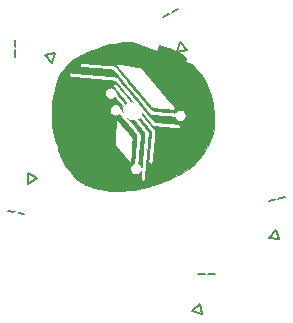
<source format=gto>
G04 #@! TF.FileFunction,Legend,Top*
%FSLAX46Y46*%
G04 Gerber Fmt 4.6, Leading zero omitted, Abs format (unit mm)*
G04 Created by KiCad (PCBNEW 4.0.6-e0-6349~52~ubuntu16.10.1) date Sun Jul  9 07:11:00 2017*
%MOMM*%
%LPD*%
G01*
G04 APERTURE LIST*
%ADD10C,0.100000*%
%ADD11C,0.150000*%
%ADD12C,0.203200*%
%ADD13C,0.010000*%
%ADD14C,2.100000*%
%ADD15O,2.100000X2.100000*%
%ADD16C,2.100000*%
G04 APERTURE END LIST*
D10*
D11*
X93237564Y-141479423D02*
X94640192Y-141708846D01*
D12*
X94928942Y-138308975D02*
X94914230Y-139183494D01*
X94914230Y-139183494D02*
X95693653Y-138733494D01*
X95693653Y-138733494D02*
X94928942Y-138308975D01*
D11*
X93809763Y-127006047D02*
X93827390Y-128427204D01*
D12*
X97225750Y-128121186D02*
X96361962Y-128258556D01*
X96361962Y-128258556D02*
X96940471Y-128947996D01*
X96940471Y-128947996D02*
X97225750Y-128121186D01*
D11*
X107633105Y-124376612D02*
X106411159Y-125102456D01*
D12*
X108375359Y-127892513D02*
X107824499Y-127213136D01*
X107824499Y-127213136D02*
X107516681Y-128058860D01*
X107516681Y-128058860D02*
X108375359Y-127892513D01*
D11*
X116710463Y-140349029D02*
X115313956Y-140613169D01*
D12*
X116205445Y-143906761D02*
X115920166Y-143079950D01*
X115920166Y-143079950D02*
X115341657Y-143769390D01*
X115341657Y-143769390D02*
X116205445Y-143906761D01*
D11*
X110772670Y-146809763D02*
X109351513Y-146827390D01*
D12*
X109657531Y-150225750D02*
X109520161Y-149361962D01*
X109520161Y-149361962D02*
X108830721Y-149940471D01*
X108830721Y-149940471D02*
X109657531Y-150225750D01*
D13*
G36*
X103786736Y-127177489D02*
X103992072Y-127196286D01*
X104149286Y-127214316D01*
X104377426Y-127239583D01*
X104636868Y-127267720D01*
X104744858Y-127279260D01*
X104988357Y-127306271D01*
X105200156Y-127331792D01*
X105348713Y-127351933D01*
X105389483Y-127358783D01*
X105510559Y-127379021D01*
X105691652Y-127405015D01*
X105806332Y-127420064D01*
X106028968Y-127458293D01*
X106247721Y-127511534D01*
X106328884Y-127537235D01*
X106508748Y-127600762D01*
X106733116Y-127679206D01*
X106878086Y-127729518D01*
X107362691Y-127919751D01*
X107772353Y-128136242D01*
X108143232Y-128401679D01*
X108511487Y-128738749D01*
X108552079Y-128779839D01*
X108745757Y-128978003D01*
X108913936Y-129151028D01*
X109039760Y-129281509D01*
X109106376Y-129352037D01*
X109109369Y-129355392D01*
X109372830Y-129660130D01*
X109575694Y-129908029D01*
X109734043Y-130122725D01*
X109863962Y-130327856D01*
X109981537Y-130547056D01*
X110102850Y-130803963D01*
X110118107Y-130837747D01*
X110421560Y-131643029D01*
X110619433Y-132477662D01*
X110712644Y-133346268D01*
X110719123Y-133866849D01*
X110703527Y-134244675D01*
X110668329Y-134558141D01*
X110604701Y-134848945D01*
X110503816Y-135158787D01*
X110377886Y-135478666D01*
X110236993Y-135805466D01*
X110097367Y-136103554D01*
X109969524Y-136352067D01*
X109863981Y-136530142D01*
X109815097Y-136595205D01*
X109726960Y-136704331D01*
X109612923Y-136859728D01*
X109558276Y-136938469D01*
X109445820Y-137081203D01*
X109277815Y-137267278D01*
X109082124Y-137466561D01*
X108978066Y-137565969D01*
X108811234Y-137715301D01*
X108647773Y-137845321D01*
X108467251Y-137968949D01*
X108249237Y-138099105D01*
X107973297Y-138248707D01*
X107619001Y-138430676D01*
X107576946Y-138451922D01*
X107139037Y-138670408D01*
X106785293Y-138840860D01*
X106502608Y-138969050D01*
X106277876Y-139060751D01*
X106097992Y-139121733D01*
X105995405Y-139148420D01*
X105854806Y-139187813D01*
X105745295Y-139225123D01*
X105616391Y-139268160D01*
X105427386Y-139325573D01*
X105272866Y-139369847D01*
X105074048Y-139427383D01*
X104903495Y-139480507D01*
X104818905Y-139509969D01*
X104699713Y-139545046D01*
X104516204Y-139586823D01*
X104360490Y-139616749D01*
X104151160Y-139653907D01*
X103964022Y-139687622D01*
X103869594Y-139705001D01*
X103753160Y-139719082D01*
X103555130Y-139735164D01*
X103304990Y-139751097D01*
X103077462Y-139762736D01*
X102815524Y-139775229D01*
X102589972Y-139787115D01*
X102426694Y-139796959D01*
X102354923Y-139802814D01*
X102254745Y-139806875D01*
X102087819Y-139805327D01*
X101965864Y-139801442D01*
X101484541Y-139757479D01*
X100997219Y-139669218D01*
X100539911Y-139545110D01*
X100148631Y-139393604D01*
X100076149Y-139358033D01*
X99951171Y-139304763D01*
X99872356Y-139286229D01*
X99797032Y-139256169D01*
X99788986Y-139244202D01*
X99733459Y-139198282D01*
X99607588Y-139120643D01*
X99464770Y-139042072D01*
X99244019Y-138913643D01*
X99045808Y-138766132D01*
X98847269Y-138578867D01*
X98625535Y-138331174D01*
X98470216Y-138142933D01*
X98185088Y-137742315D01*
X97915929Y-137276135D01*
X97686523Y-136789715D01*
X97524106Y-136340154D01*
X97448596Y-136088911D01*
X97355563Y-135786029D01*
X97261681Y-135485638D01*
X97234461Y-135399757D01*
X97132296Y-135041214D01*
X97057099Y-134681842D01*
X97005846Y-134296529D01*
X96975513Y-133860162D01*
X96963078Y-133347630D01*
X96962400Y-133140002D01*
X96966227Y-132768490D01*
X96967593Y-132736438D01*
X102927216Y-132736438D01*
X102931680Y-132979844D01*
X103002198Y-133232968D01*
X103126693Y-133468194D01*
X103293088Y-133657904D01*
X103489305Y-133774481D01*
X103552207Y-133791069D01*
X103885685Y-133821869D01*
X104181496Y-133789426D01*
X104310122Y-133747472D01*
X104481887Y-133635585D01*
X104578536Y-133504571D01*
X104614080Y-133325641D01*
X104611420Y-133093456D01*
X104575499Y-132857208D01*
X104511261Y-132666086D01*
X104490633Y-132630011D01*
X104355895Y-132485300D01*
X104161290Y-132345681D01*
X103947162Y-132234646D01*
X103753860Y-132175692D01*
X103703534Y-132171663D01*
X103479549Y-132211189D01*
X103250204Y-132313785D01*
X103062456Y-132455479D01*
X103000884Y-132530367D01*
X102927216Y-132736438D01*
X96967593Y-132736438D01*
X96978563Y-132479105D01*
X97002077Y-132242968D01*
X97039442Y-132031198D01*
X97080636Y-131861665D01*
X97143846Y-131615177D01*
X97201532Y-131374305D01*
X97242246Y-131187055D01*
X97245304Y-131171226D01*
X97421566Y-130520537D01*
X97691780Y-129921307D01*
X98050676Y-129382009D01*
X98492982Y-128911121D01*
X98810121Y-128654825D01*
X98960086Y-128558657D01*
X99171527Y-128439335D01*
X99422286Y-128307578D01*
X99690208Y-128174107D01*
X99953136Y-128049640D01*
X100188914Y-127944897D01*
X100375386Y-127870598D01*
X100490394Y-127837462D01*
X100501124Y-127836694D01*
X100606399Y-127813704D01*
X100777937Y-127753017D01*
X100982584Y-127666656D01*
X101029133Y-127645229D01*
X101395327Y-127503050D01*
X101815275Y-127398699D01*
X102021444Y-127362808D01*
X102285538Y-127318888D01*
X102527745Y-127273913D01*
X102714788Y-127234297D01*
X102790869Y-127214506D01*
X102959562Y-127184476D01*
X103204524Y-127167951D01*
X103491625Y-127165450D01*
X103786736Y-127177489D01*
X103786736Y-127177489D01*
G37*
X103786736Y-127177489D02*
X103992072Y-127196286D01*
X104149286Y-127214316D01*
X104377426Y-127239583D01*
X104636868Y-127267720D01*
X104744858Y-127279260D01*
X104988357Y-127306271D01*
X105200156Y-127331792D01*
X105348713Y-127351933D01*
X105389483Y-127358783D01*
X105510559Y-127379021D01*
X105691652Y-127405015D01*
X105806332Y-127420064D01*
X106028968Y-127458293D01*
X106247721Y-127511534D01*
X106328884Y-127537235D01*
X106508748Y-127600762D01*
X106733116Y-127679206D01*
X106878086Y-127729518D01*
X107362691Y-127919751D01*
X107772353Y-128136242D01*
X108143232Y-128401679D01*
X108511487Y-128738749D01*
X108552079Y-128779839D01*
X108745757Y-128978003D01*
X108913936Y-129151028D01*
X109039760Y-129281509D01*
X109106376Y-129352037D01*
X109109369Y-129355392D01*
X109372830Y-129660130D01*
X109575694Y-129908029D01*
X109734043Y-130122725D01*
X109863962Y-130327856D01*
X109981537Y-130547056D01*
X110102850Y-130803963D01*
X110118107Y-130837747D01*
X110421560Y-131643029D01*
X110619433Y-132477662D01*
X110712644Y-133346268D01*
X110719123Y-133866849D01*
X110703527Y-134244675D01*
X110668329Y-134558141D01*
X110604701Y-134848945D01*
X110503816Y-135158787D01*
X110377886Y-135478666D01*
X110236993Y-135805466D01*
X110097367Y-136103554D01*
X109969524Y-136352067D01*
X109863981Y-136530142D01*
X109815097Y-136595205D01*
X109726960Y-136704331D01*
X109612923Y-136859728D01*
X109558276Y-136938469D01*
X109445820Y-137081203D01*
X109277815Y-137267278D01*
X109082124Y-137466561D01*
X108978066Y-137565969D01*
X108811234Y-137715301D01*
X108647773Y-137845321D01*
X108467251Y-137968949D01*
X108249237Y-138099105D01*
X107973297Y-138248707D01*
X107619001Y-138430676D01*
X107576946Y-138451922D01*
X107139037Y-138670408D01*
X106785293Y-138840860D01*
X106502608Y-138969050D01*
X106277876Y-139060751D01*
X106097992Y-139121733D01*
X105995405Y-139148420D01*
X105854806Y-139187813D01*
X105745295Y-139225123D01*
X105616391Y-139268160D01*
X105427386Y-139325573D01*
X105272866Y-139369847D01*
X105074048Y-139427383D01*
X104903495Y-139480507D01*
X104818905Y-139509969D01*
X104699713Y-139545046D01*
X104516204Y-139586823D01*
X104360490Y-139616749D01*
X104151160Y-139653907D01*
X103964022Y-139687622D01*
X103869594Y-139705001D01*
X103753160Y-139719082D01*
X103555130Y-139735164D01*
X103304990Y-139751097D01*
X103077462Y-139762736D01*
X102815524Y-139775229D01*
X102589972Y-139787115D01*
X102426694Y-139796959D01*
X102354923Y-139802814D01*
X102254745Y-139806875D01*
X102087819Y-139805327D01*
X101965864Y-139801442D01*
X101484541Y-139757479D01*
X100997219Y-139669218D01*
X100539911Y-139545110D01*
X100148631Y-139393604D01*
X100076149Y-139358033D01*
X99951171Y-139304763D01*
X99872356Y-139286229D01*
X99797032Y-139256169D01*
X99788986Y-139244202D01*
X99733459Y-139198282D01*
X99607588Y-139120643D01*
X99464770Y-139042072D01*
X99244019Y-138913643D01*
X99045808Y-138766132D01*
X98847269Y-138578867D01*
X98625535Y-138331174D01*
X98470216Y-138142933D01*
X98185088Y-137742315D01*
X97915929Y-137276135D01*
X97686523Y-136789715D01*
X97524106Y-136340154D01*
X97448596Y-136088911D01*
X97355563Y-135786029D01*
X97261681Y-135485638D01*
X97234461Y-135399757D01*
X97132296Y-135041214D01*
X97057099Y-134681842D01*
X97005846Y-134296529D01*
X96975513Y-133860162D01*
X96963078Y-133347630D01*
X96962400Y-133140002D01*
X96966227Y-132768490D01*
X96967593Y-132736438D01*
X102927216Y-132736438D01*
X102931680Y-132979844D01*
X103002198Y-133232968D01*
X103126693Y-133468194D01*
X103293088Y-133657904D01*
X103489305Y-133774481D01*
X103552207Y-133791069D01*
X103885685Y-133821869D01*
X104181496Y-133789426D01*
X104310122Y-133747472D01*
X104481887Y-133635585D01*
X104578536Y-133504571D01*
X104614080Y-133325641D01*
X104611420Y-133093456D01*
X104575499Y-132857208D01*
X104511261Y-132666086D01*
X104490633Y-132630011D01*
X104355895Y-132485300D01*
X104161290Y-132345681D01*
X103947162Y-132234646D01*
X103753860Y-132175692D01*
X103703534Y-132171663D01*
X103479549Y-132211189D01*
X103250204Y-132313785D01*
X103062456Y-132455479D01*
X103000884Y-132530367D01*
X102927216Y-132736438D01*
X96967593Y-132736438D01*
X96978563Y-132479105D01*
X97002077Y-132242968D01*
X97039442Y-132031198D01*
X97080636Y-131861665D01*
X97143846Y-131615177D01*
X97201532Y-131374305D01*
X97242246Y-131187055D01*
X97245304Y-131171226D01*
X97421566Y-130520537D01*
X97691780Y-129921307D01*
X98050676Y-129382009D01*
X98492982Y-128911121D01*
X98810121Y-128654825D01*
X98960086Y-128558657D01*
X99171527Y-128439335D01*
X99422286Y-128307578D01*
X99690208Y-128174107D01*
X99953136Y-128049640D01*
X100188914Y-127944897D01*
X100375386Y-127870598D01*
X100490394Y-127837462D01*
X100501124Y-127836694D01*
X100606399Y-127813704D01*
X100777937Y-127753017D01*
X100982584Y-127666656D01*
X101029133Y-127645229D01*
X101395327Y-127503050D01*
X101815275Y-127398699D01*
X102021444Y-127362808D01*
X102285538Y-127318888D01*
X102527745Y-127273913D01*
X102714788Y-127234297D01*
X102790869Y-127214506D01*
X102959562Y-127184476D01*
X103204524Y-127167951D01*
X103491625Y-127165450D01*
X103786736Y-127177489D01*
%LPC*%
G36*
X101729999Y-131186000D02*
X101761980Y-131164499D01*
X101793673Y-131150043D01*
X101833334Y-131138237D01*
X101847895Y-131134585D01*
X101940067Y-131122262D01*
X102025994Y-131132126D01*
X102105820Y-131164228D01*
X102179695Y-131218618D01*
X102224605Y-131265967D01*
X102264454Y-131319207D01*
X102291905Y-131371715D01*
X102304524Y-131405575D01*
X102324875Y-131457620D01*
X102350946Y-131512826D01*
X102368335Y-131544352D01*
X102381581Y-131562764D01*
X102409611Y-131598607D01*
X102452277Y-131651700D01*
X102509427Y-131721864D01*
X102580914Y-131808918D01*
X102666586Y-131912681D01*
X102766295Y-132032973D01*
X102879892Y-132169615D01*
X103007225Y-132322424D01*
X103148146Y-132491222D01*
X103302506Y-132675828D01*
X103470154Y-132876060D01*
X103650942Y-133091739D01*
X103691169Y-133139701D01*
X103870047Y-133353055D01*
X104036945Y-133552342D01*
X104191627Y-133737274D01*
X104333852Y-133907565D01*
X104463385Y-134062929D01*
X104579987Y-134203079D01*
X104683422Y-134327727D01*
X104773452Y-134436589D01*
X104849837Y-134529376D01*
X104912343Y-134605805D01*
X104960730Y-134665586D01*
X104994761Y-134708434D01*
X105014198Y-134734063D01*
X105017801Y-134739376D01*
X105042249Y-134783388D01*
X105062856Y-134828487D01*
X105073797Y-134860279D01*
X105075081Y-134878255D01*
X105074430Y-134914707D01*
X105071815Y-134970043D01*
X105067201Y-135044670D01*
X105060559Y-135138996D01*
X105051855Y-135253427D01*
X105041058Y-135388370D01*
X105028136Y-135544232D01*
X105013058Y-135721421D01*
X104995790Y-135920342D01*
X104976301Y-136141402D01*
X104954561Y-136385010D01*
X104953223Y-136399920D01*
X104935923Y-136592779D01*
X104918652Y-136785564D01*
X104901583Y-136976325D01*
X104884889Y-137163119D01*
X104868743Y-137343996D01*
X104853318Y-137517010D01*
X104838790Y-137680213D01*
X104825330Y-137831657D01*
X104813113Y-137969397D01*
X104802310Y-138091484D01*
X104793096Y-138195971D01*
X104785645Y-138280912D01*
X104781206Y-138331900D01*
X104742765Y-138775739D01*
X104704095Y-138808187D01*
X104677751Y-138827794D01*
X104659774Y-138832624D01*
X104643395Y-138825210D01*
X104603115Y-138787383D01*
X104573613Y-138741087D01*
X104562759Y-138708246D01*
X104563109Y-138693289D01*
X104565426Y-138656859D01*
X104569575Y-138600476D01*
X104575422Y-138525659D01*
X104582834Y-138433931D01*
X104591674Y-138326812D01*
X104601809Y-138205823D01*
X104613104Y-138072484D01*
X104625426Y-137928319D01*
X104638639Y-137774844D01*
X104652610Y-137613584D01*
X104667204Y-137446057D01*
X104682287Y-137273786D01*
X104697725Y-137098291D01*
X104713383Y-136921092D01*
X104729127Y-136743711D01*
X104744822Y-136567669D01*
X104760335Y-136394485D01*
X104775531Y-136225682D01*
X104790275Y-136062780D01*
X104804432Y-135907300D01*
X104817870Y-135760762D01*
X104830454Y-135624688D01*
X104842048Y-135500599D01*
X104852520Y-135390014D01*
X104861734Y-135294456D01*
X104869557Y-135215444D01*
X104875853Y-135154501D01*
X104879798Y-135118948D01*
X104887248Y-135032881D01*
X104887368Y-134965358D01*
X104880754Y-134920200D01*
X104876373Y-134904408D01*
X104871934Y-134889466D01*
X104866772Y-134874540D01*
X104860227Y-134858801D01*
X104851636Y-134841417D01*
X104840337Y-134821558D01*
X104825668Y-134798392D01*
X104806966Y-134771089D01*
X104783569Y-134738816D01*
X104754816Y-134700745D01*
X104720044Y-134656043D01*
X104678589Y-134603880D01*
X104629793Y-134543425D01*
X104572989Y-134473847D01*
X104507518Y-134394314D01*
X104432718Y-134303996D01*
X104347924Y-134202062D01*
X104252476Y-134087681D01*
X104145711Y-133960022D01*
X104026967Y-133818254D01*
X103895583Y-133661545D01*
X103750895Y-133489066D01*
X103592242Y-133299986D01*
X103539347Y-133236951D01*
X102292573Y-131751103D01*
X102259745Y-131774846D01*
X102161096Y-131841452D01*
X102074397Y-131889689D01*
X101998364Y-131920104D01*
X101931718Y-131933250D01*
X101892138Y-131932722D01*
X101834544Y-131922728D01*
X101785173Y-131904277D01*
X101735352Y-131873523D01*
X101703580Y-131849137D01*
X101628749Y-131776397D01*
X101575122Y-131697299D01*
X101542747Y-131613988D01*
X101531670Y-131528606D01*
X101541941Y-131443294D01*
X101573606Y-131360197D01*
X101626714Y-131281457D01*
X101689473Y-131218945D01*
X101729999Y-131186000D01*
X101729999Y-131186000D01*
G37*
X101729999Y-131186000D02*
X101761980Y-131164499D01*
X101793673Y-131150043D01*
X101833334Y-131138237D01*
X101847895Y-131134585D01*
X101940067Y-131122262D01*
X102025994Y-131132126D01*
X102105820Y-131164228D01*
X102179695Y-131218618D01*
X102224605Y-131265967D01*
X102264454Y-131319207D01*
X102291905Y-131371715D01*
X102304524Y-131405575D01*
X102324875Y-131457620D01*
X102350946Y-131512826D01*
X102368335Y-131544352D01*
X102381581Y-131562764D01*
X102409611Y-131598607D01*
X102452277Y-131651700D01*
X102509427Y-131721864D01*
X102580914Y-131808918D01*
X102666586Y-131912681D01*
X102766295Y-132032973D01*
X102879892Y-132169615D01*
X103007225Y-132322424D01*
X103148146Y-132491222D01*
X103302506Y-132675828D01*
X103470154Y-132876060D01*
X103650942Y-133091739D01*
X103691169Y-133139701D01*
X103870047Y-133353055D01*
X104036945Y-133552342D01*
X104191627Y-133737274D01*
X104333852Y-133907565D01*
X104463385Y-134062929D01*
X104579987Y-134203079D01*
X104683422Y-134327727D01*
X104773452Y-134436589D01*
X104849837Y-134529376D01*
X104912343Y-134605805D01*
X104960730Y-134665586D01*
X104994761Y-134708434D01*
X105014198Y-134734063D01*
X105017801Y-134739376D01*
X105042249Y-134783388D01*
X105062856Y-134828487D01*
X105073797Y-134860279D01*
X105075081Y-134878255D01*
X105074430Y-134914707D01*
X105071815Y-134970043D01*
X105067201Y-135044670D01*
X105060559Y-135138996D01*
X105051855Y-135253427D01*
X105041058Y-135388370D01*
X105028136Y-135544232D01*
X105013058Y-135721421D01*
X104995790Y-135920342D01*
X104976301Y-136141402D01*
X104954561Y-136385010D01*
X104953223Y-136399920D01*
X104935923Y-136592779D01*
X104918652Y-136785564D01*
X104901583Y-136976325D01*
X104884889Y-137163119D01*
X104868743Y-137343996D01*
X104853318Y-137517010D01*
X104838790Y-137680213D01*
X104825330Y-137831657D01*
X104813113Y-137969397D01*
X104802310Y-138091484D01*
X104793096Y-138195971D01*
X104785645Y-138280912D01*
X104781206Y-138331900D01*
X104742765Y-138775739D01*
X104704095Y-138808187D01*
X104677751Y-138827794D01*
X104659774Y-138832624D01*
X104643395Y-138825210D01*
X104603115Y-138787383D01*
X104573613Y-138741087D01*
X104562759Y-138708246D01*
X104563109Y-138693289D01*
X104565426Y-138656859D01*
X104569575Y-138600476D01*
X104575422Y-138525659D01*
X104582834Y-138433931D01*
X104591674Y-138326812D01*
X104601809Y-138205823D01*
X104613104Y-138072484D01*
X104625426Y-137928319D01*
X104638639Y-137774844D01*
X104652610Y-137613584D01*
X104667204Y-137446057D01*
X104682287Y-137273786D01*
X104697725Y-137098291D01*
X104713383Y-136921092D01*
X104729127Y-136743711D01*
X104744822Y-136567669D01*
X104760335Y-136394485D01*
X104775531Y-136225682D01*
X104790275Y-136062780D01*
X104804432Y-135907300D01*
X104817870Y-135760762D01*
X104830454Y-135624688D01*
X104842048Y-135500599D01*
X104852520Y-135390014D01*
X104861734Y-135294456D01*
X104869557Y-135215444D01*
X104875853Y-135154501D01*
X104879798Y-135118948D01*
X104887248Y-135032881D01*
X104887368Y-134965358D01*
X104880754Y-134920200D01*
X104876373Y-134904408D01*
X104871934Y-134889466D01*
X104866772Y-134874540D01*
X104860227Y-134858801D01*
X104851636Y-134841417D01*
X104840337Y-134821558D01*
X104825668Y-134798392D01*
X104806966Y-134771089D01*
X104783569Y-134738816D01*
X104754816Y-134700745D01*
X104720044Y-134656043D01*
X104678589Y-134603880D01*
X104629793Y-134543425D01*
X104572989Y-134473847D01*
X104507518Y-134394314D01*
X104432718Y-134303996D01*
X104347924Y-134202062D01*
X104252476Y-134087681D01*
X104145711Y-133960022D01*
X104026967Y-133818254D01*
X103895583Y-133661545D01*
X103750895Y-133489066D01*
X103592242Y-133299986D01*
X103539347Y-133236951D01*
X102292573Y-131751103D01*
X102259745Y-131774846D01*
X102161096Y-131841452D01*
X102074397Y-131889689D01*
X101998364Y-131920104D01*
X101931718Y-131933250D01*
X101892138Y-131932722D01*
X101834544Y-131922728D01*
X101785173Y-131904277D01*
X101735352Y-131873523D01*
X101703580Y-131849137D01*
X101628749Y-131776397D01*
X101575122Y-131697299D01*
X101542747Y-131613988D01*
X101531670Y-131528606D01*
X101541941Y-131443294D01*
X101573606Y-131360197D01*
X101626714Y-131281457D01*
X101689473Y-131218945D01*
X101729999Y-131186000D01*
G36*
X102291895Y-130789445D02*
X102324750Y-130788625D01*
X102350267Y-130795689D01*
X102351969Y-130796821D01*
X102361111Y-130806905D01*
X102384382Y-130833893D01*
X102421103Y-130876977D01*
X102470590Y-130935344D01*
X102532165Y-131008185D01*
X102605144Y-131094690D01*
X102688846Y-131194049D01*
X102782592Y-131305451D01*
X102885700Y-131428085D01*
X102997487Y-131561143D01*
X103117274Y-131703813D01*
X103244380Y-131855285D01*
X103378121Y-132014750D01*
X103517818Y-132181396D01*
X103662790Y-132354413D01*
X103812354Y-132532991D01*
X103965831Y-132716321D01*
X103990282Y-132745535D01*
X104172877Y-132963715D01*
X104341229Y-133164902D01*
X104495923Y-133349806D01*
X104637543Y-133519134D01*
X104766672Y-133673596D01*
X104883894Y-133813904D01*
X104989792Y-133940765D01*
X105084952Y-134054890D01*
X105169954Y-134156986D01*
X105245386Y-134247765D01*
X105311828Y-134327935D01*
X105369866Y-134398206D01*
X105420083Y-134459288D01*
X105463062Y-134511889D01*
X105499388Y-134556719D01*
X105529643Y-134594488D01*
X105554414Y-134625905D01*
X105574281Y-134651678D01*
X105589828Y-134672519D01*
X105601642Y-134689136D01*
X105610304Y-134702239D01*
X105616399Y-134712537D01*
X105620510Y-134720739D01*
X105623220Y-134727555D01*
X105624568Y-134731782D01*
X105626975Y-134747633D01*
X105627882Y-134774691D01*
X105627207Y-134814133D01*
X105624865Y-134867135D01*
X105620773Y-134934871D01*
X105614847Y-135018519D01*
X105607006Y-135119255D01*
X105597164Y-135238255D01*
X105585238Y-135376696D01*
X105571147Y-135535751D01*
X105554806Y-135716601D01*
X105554743Y-135717280D01*
X105540898Y-135870191D01*
X105527249Y-136022600D01*
X105514004Y-136172039D01*
X105501380Y-136316042D01*
X105489585Y-136452142D01*
X105478836Y-136577868D01*
X105469341Y-136690754D01*
X105461315Y-136788334D01*
X105454969Y-136868138D01*
X105450516Y-136927699D01*
X105450138Y-136933102D01*
X105443141Y-137028043D01*
X105436555Y-137103111D01*
X105429925Y-137161504D01*
X105422793Y-137206426D01*
X105414702Y-137241079D01*
X105405196Y-137268662D01*
X105400859Y-137278509D01*
X105374059Y-137330226D01*
X105348649Y-137369206D01*
X105327009Y-137392173D01*
X105314881Y-137396940D01*
X105297096Y-137386137D01*
X105274445Y-137360003D01*
X105251427Y-137324308D01*
X105238547Y-137299037D01*
X105232338Y-137279810D01*
X105228950Y-137253423D01*
X105228464Y-137216780D01*
X105230956Y-137166787D01*
X105236505Y-137100348D01*
X105245192Y-137014369D01*
X105245964Y-137007120D01*
X105251210Y-136956078D01*
X105258274Y-136884353D01*
X105266939Y-136794262D01*
X105276989Y-136688123D01*
X105288211Y-136568254D01*
X105300387Y-136436972D01*
X105313303Y-136296596D01*
X105326743Y-136149443D01*
X105340490Y-135997830D01*
X105354329Y-135844077D01*
X105358689Y-135795389D01*
X105375590Y-135604725D01*
X105390194Y-135436169D01*
X105402562Y-135288862D01*
X105412757Y-135161943D01*
X105420838Y-135054549D01*
X105426868Y-134965820D01*
X105430909Y-134894896D01*
X105433019Y-134840916D01*
X105433261Y-134803016D01*
X105431696Y-134780338D01*
X105431037Y-134776975D01*
X105417329Y-134720656D01*
X104081499Y-133128676D01*
X103938311Y-132958059D01*
X103797063Y-132789808D01*
X103658656Y-132624992D01*
X103523989Y-132464681D01*
X103393964Y-132309947D01*
X103269480Y-132161858D01*
X103151439Y-132021487D01*
X103040740Y-131889903D01*
X102938285Y-131768176D01*
X102844974Y-131657376D01*
X102761707Y-131558575D01*
X102689385Y-131472842D01*
X102628908Y-131401248D01*
X102581176Y-131344863D01*
X102547092Y-131304757D01*
X102539180Y-131295496D01*
X102465186Y-131208337D01*
X102405262Y-131135887D01*
X102357828Y-131075882D01*
X102321297Y-131026056D01*
X102294087Y-130984146D01*
X102274612Y-130947886D01*
X102261290Y-130915012D01*
X102253323Y-130886753D01*
X102245535Y-130841674D01*
X102248658Y-130813333D01*
X102264466Y-130797261D01*
X102291895Y-130789445D01*
X102291895Y-130789445D01*
G37*
X102291895Y-130789445D02*
X102324750Y-130788625D01*
X102350267Y-130795689D01*
X102351969Y-130796821D01*
X102361111Y-130806905D01*
X102384382Y-130833893D01*
X102421103Y-130876977D01*
X102470590Y-130935344D01*
X102532165Y-131008185D01*
X102605144Y-131094690D01*
X102688846Y-131194049D01*
X102782592Y-131305451D01*
X102885700Y-131428085D01*
X102997487Y-131561143D01*
X103117274Y-131703813D01*
X103244380Y-131855285D01*
X103378121Y-132014750D01*
X103517818Y-132181396D01*
X103662790Y-132354413D01*
X103812354Y-132532991D01*
X103965831Y-132716321D01*
X103990282Y-132745535D01*
X104172877Y-132963715D01*
X104341229Y-133164902D01*
X104495923Y-133349806D01*
X104637543Y-133519134D01*
X104766672Y-133673596D01*
X104883894Y-133813904D01*
X104989792Y-133940765D01*
X105084952Y-134054890D01*
X105169954Y-134156986D01*
X105245386Y-134247765D01*
X105311828Y-134327935D01*
X105369866Y-134398206D01*
X105420083Y-134459288D01*
X105463062Y-134511889D01*
X105499388Y-134556719D01*
X105529643Y-134594488D01*
X105554414Y-134625905D01*
X105574281Y-134651678D01*
X105589828Y-134672519D01*
X105601642Y-134689136D01*
X105610304Y-134702239D01*
X105616399Y-134712537D01*
X105620510Y-134720739D01*
X105623220Y-134727555D01*
X105624568Y-134731782D01*
X105626975Y-134747633D01*
X105627882Y-134774691D01*
X105627207Y-134814133D01*
X105624865Y-134867135D01*
X105620773Y-134934871D01*
X105614847Y-135018519D01*
X105607006Y-135119255D01*
X105597164Y-135238255D01*
X105585238Y-135376696D01*
X105571147Y-135535751D01*
X105554806Y-135716601D01*
X105554743Y-135717280D01*
X105540898Y-135870191D01*
X105527249Y-136022600D01*
X105514004Y-136172039D01*
X105501380Y-136316042D01*
X105489585Y-136452142D01*
X105478836Y-136577868D01*
X105469341Y-136690754D01*
X105461315Y-136788334D01*
X105454969Y-136868138D01*
X105450516Y-136927699D01*
X105450138Y-136933102D01*
X105443141Y-137028043D01*
X105436555Y-137103111D01*
X105429925Y-137161504D01*
X105422793Y-137206426D01*
X105414702Y-137241079D01*
X105405196Y-137268662D01*
X105400859Y-137278509D01*
X105374059Y-137330226D01*
X105348649Y-137369206D01*
X105327009Y-137392173D01*
X105314881Y-137396940D01*
X105297096Y-137386137D01*
X105274445Y-137360003D01*
X105251427Y-137324308D01*
X105238547Y-137299037D01*
X105232338Y-137279810D01*
X105228950Y-137253423D01*
X105228464Y-137216780D01*
X105230956Y-137166787D01*
X105236505Y-137100348D01*
X105245192Y-137014369D01*
X105245964Y-137007120D01*
X105251210Y-136956078D01*
X105258274Y-136884353D01*
X105266939Y-136794262D01*
X105276989Y-136688123D01*
X105288211Y-136568254D01*
X105300387Y-136436972D01*
X105313303Y-136296596D01*
X105326743Y-136149443D01*
X105340490Y-135997830D01*
X105354329Y-135844077D01*
X105358689Y-135795389D01*
X105375590Y-135604725D01*
X105390194Y-135436169D01*
X105402562Y-135288862D01*
X105412757Y-135161943D01*
X105420838Y-135054549D01*
X105426868Y-134965820D01*
X105430909Y-134894896D01*
X105433019Y-134840916D01*
X105433261Y-134803016D01*
X105431696Y-134780338D01*
X105431037Y-134776975D01*
X105417329Y-134720656D01*
X104081499Y-133128676D01*
X103938311Y-132958059D01*
X103797063Y-132789808D01*
X103658656Y-132624992D01*
X103523989Y-132464681D01*
X103393964Y-132309947D01*
X103269480Y-132161858D01*
X103151439Y-132021487D01*
X103040740Y-131889903D01*
X102938285Y-131768176D01*
X102844974Y-131657376D01*
X102761707Y-131558575D01*
X102689385Y-131472842D01*
X102628908Y-131401248D01*
X102581176Y-131344863D01*
X102547092Y-131304757D01*
X102539180Y-131295496D01*
X102465186Y-131208337D01*
X102405262Y-131135887D01*
X102357828Y-131075882D01*
X102321297Y-131026056D01*
X102294087Y-130984146D01*
X102274612Y-130947886D01*
X102261290Y-130915012D01*
X102253323Y-130886753D01*
X102245535Y-130841674D01*
X102248658Y-130813333D01*
X102264466Y-130797261D01*
X102291895Y-130789445D01*
G36*
X102201833Y-132548279D02*
X102278426Y-132519208D01*
X102353939Y-132511196D01*
X102426515Y-132524898D01*
X102441067Y-132530534D01*
X102467906Y-132542871D01*
X102490309Y-132556598D01*
X102512586Y-132575563D01*
X102539047Y-132603614D01*
X102574000Y-132644602D01*
X102588974Y-132662641D01*
X102629426Y-132712622D01*
X102658892Y-132752785D01*
X102681841Y-132790466D01*
X102702744Y-132832996D01*
X102725846Y-132887160D01*
X102774272Y-133004778D01*
X103167735Y-133480990D01*
X103252554Y-133583186D01*
X103341357Y-133689339D01*
X103431459Y-133796296D01*
X103520176Y-133900901D01*
X103604822Y-133999999D01*
X103682714Y-134090435D01*
X103751167Y-134169052D01*
X103803686Y-134228442D01*
X103925511Y-134366640D01*
X104031168Y-134490785D01*
X104121665Y-134602267D01*
X104198008Y-134702468D01*
X104261204Y-134792775D01*
X104312257Y-134874574D01*
X104352176Y-134949250D01*
X104381965Y-135018190D01*
X104386828Y-135031503D01*
X104393942Y-135056070D01*
X104399150Y-135085532D01*
X104402360Y-135121640D01*
X104403477Y-135166151D01*
X104402407Y-135220816D01*
X104399055Y-135287389D01*
X104393327Y-135367623D01*
X104385130Y-135463270D01*
X104374369Y-135576085D01*
X104360949Y-135707820D01*
X104344776Y-135860230D01*
X104339809Y-135906229D01*
X104325734Y-136038741D01*
X104310582Y-136185931D01*
X104294976Y-136341457D01*
X104279538Y-136498979D01*
X104264891Y-136652153D01*
X104251655Y-136794638D01*
X104241136Y-136912255D01*
X104230453Y-137036711D01*
X104222002Y-137140449D01*
X104215682Y-137225727D01*
X104211396Y-137294800D01*
X104209047Y-137349924D01*
X104208536Y-137393356D01*
X104209763Y-137427351D01*
X104212634Y-137454167D01*
X104216712Y-137474723D01*
X104234961Y-137548174D01*
X104299002Y-137594068D01*
X104362456Y-137644933D01*
X104407688Y-137695190D01*
X104438768Y-137750259D01*
X104456986Y-137804469D01*
X104472929Y-137902159D01*
X104468589Y-137993928D01*
X104446628Y-138071027D01*
X104417286Y-138121311D01*
X104372996Y-138174248D01*
X104320146Y-138223663D01*
X104265125Y-138263379D01*
X104227964Y-138282416D01*
X104130924Y-138309950D01*
X104034101Y-138314459D01*
X103938102Y-138295939D01*
X103904822Y-138284020D01*
X103878702Y-138271861D01*
X103855228Y-138255932D01*
X103829699Y-138232105D01*
X103797413Y-138196254D01*
X103775610Y-138170555D01*
X103739233Y-138126230D01*
X103714656Y-138092732D01*
X103698202Y-138063750D01*
X103686199Y-138032973D01*
X103676793Y-138000848D01*
X103663929Y-137925286D01*
X103666576Y-137854922D01*
X103684243Y-137794922D01*
X103698755Y-137770145D01*
X103717340Y-137748464D01*
X103748936Y-137715693D01*
X103789299Y-137676084D01*
X103834187Y-137633894D01*
X103839370Y-137629139D01*
X103886516Y-137585524D01*
X103919660Y-137553092D01*
X103942155Y-137527790D01*
X103957349Y-137505564D01*
X103968593Y-137482361D01*
X103975529Y-137464400D01*
X103987942Y-137425131D01*
X104000330Y-137374742D01*
X104012791Y-137312328D01*
X104025425Y-137236979D01*
X104038331Y-137147787D01*
X104051606Y-137043847D01*
X104065350Y-136924250D01*
X104079662Y-136788090D01*
X104094641Y-136634458D01*
X104110385Y-136462448D01*
X104126995Y-136271150D01*
X104144566Y-136059660D01*
X104163201Y-135827069D01*
X104182997Y-135572468D01*
X104186156Y-135531231D01*
X104194714Y-135417337D01*
X104201312Y-135323931D01*
X104206003Y-135248504D01*
X104208842Y-135188542D01*
X104209885Y-135141533D01*
X104209187Y-135104964D01*
X104206802Y-135076323D01*
X104202784Y-135053098D01*
X104197188Y-135032775D01*
X104197030Y-135032287D01*
X104174945Y-134964349D01*
X103427159Y-134068039D01*
X102679374Y-133171728D01*
X102614539Y-133216344D01*
X102511626Y-133276153D01*
X102409899Y-133313035D01*
X102308999Y-133327104D01*
X102267958Y-133326316D01*
X102202182Y-133318553D01*
X102150042Y-133302651D01*
X102104721Y-133275027D01*
X102059399Y-133232098D01*
X102034437Y-133203570D01*
X102000207Y-133161296D01*
X101977850Y-133128472D01*
X101963272Y-133097860D01*
X101952387Y-133062222D01*
X101950635Y-133055249D01*
X101937486Y-132957315D01*
X101947017Y-132863278D01*
X101979038Y-132773867D01*
X102033356Y-132689808D01*
X102052843Y-132666990D01*
X102126019Y-132597758D01*
X102201833Y-132548279D01*
X102201833Y-132548279D01*
G37*
X102201833Y-132548279D02*
X102278426Y-132519208D01*
X102353939Y-132511196D01*
X102426515Y-132524898D01*
X102441067Y-132530534D01*
X102467906Y-132542871D01*
X102490309Y-132556598D01*
X102512586Y-132575563D01*
X102539047Y-132603614D01*
X102574000Y-132644602D01*
X102588974Y-132662641D01*
X102629426Y-132712622D01*
X102658892Y-132752785D01*
X102681841Y-132790466D01*
X102702744Y-132832996D01*
X102725846Y-132887160D01*
X102774272Y-133004778D01*
X103167735Y-133480990D01*
X103252554Y-133583186D01*
X103341357Y-133689339D01*
X103431459Y-133796296D01*
X103520176Y-133900901D01*
X103604822Y-133999999D01*
X103682714Y-134090435D01*
X103751167Y-134169052D01*
X103803686Y-134228442D01*
X103925511Y-134366640D01*
X104031168Y-134490785D01*
X104121665Y-134602267D01*
X104198008Y-134702468D01*
X104261204Y-134792775D01*
X104312257Y-134874574D01*
X104352176Y-134949250D01*
X104381965Y-135018190D01*
X104386828Y-135031503D01*
X104393942Y-135056070D01*
X104399150Y-135085532D01*
X104402360Y-135121640D01*
X104403477Y-135166151D01*
X104402407Y-135220816D01*
X104399055Y-135287389D01*
X104393327Y-135367623D01*
X104385130Y-135463270D01*
X104374369Y-135576085D01*
X104360949Y-135707820D01*
X104344776Y-135860230D01*
X104339809Y-135906229D01*
X104325734Y-136038741D01*
X104310582Y-136185931D01*
X104294976Y-136341457D01*
X104279538Y-136498979D01*
X104264891Y-136652153D01*
X104251655Y-136794638D01*
X104241136Y-136912255D01*
X104230453Y-137036711D01*
X104222002Y-137140449D01*
X104215682Y-137225727D01*
X104211396Y-137294800D01*
X104209047Y-137349924D01*
X104208536Y-137393356D01*
X104209763Y-137427351D01*
X104212634Y-137454167D01*
X104216712Y-137474723D01*
X104234961Y-137548174D01*
X104299002Y-137594068D01*
X104362456Y-137644933D01*
X104407688Y-137695190D01*
X104438768Y-137750259D01*
X104456986Y-137804469D01*
X104472929Y-137902159D01*
X104468589Y-137993928D01*
X104446628Y-138071027D01*
X104417286Y-138121311D01*
X104372996Y-138174248D01*
X104320146Y-138223663D01*
X104265125Y-138263379D01*
X104227964Y-138282416D01*
X104130924Y-138309950D01*
X104034101Y-138314459D01*
X103938102Y-138295939D01*
X103904822Y-138284020D01*
X103878702Y-138271861D01*
X103855228Y-138255932D01*
X103829699Y-138232105D01*
X103797413Y-138196254D01*
X103775610Y-138170555D01*
X103739233Y-138126230D01*
X103714656Y-138092732D01*
X103698202Y-138063750D01*
X103686199Y-138032973D01*
X103676793Y-138000848D01*
X103663929Y-137925286D01*
X103666576Y-137854922D01*
X103684243Y-137794922D01*
X103698755Y-137770145D01*
X103717340Y-137748464D01*
X103748936Y-137715693D01*
X103789299Y-137676084D01*
X103834187Y-137633894D01*
X103839370Y-137629139D01*
X103886516Y-137585524D01*
X103919660Y-137553092D01*
X103942155Y-137527790D01*
X103957349Y-137505564D01*
X103968593Y-137482361D01*
X103975529Y-137464400D01*
X103987942Y-137425131D01*
X104000330Y-137374742D01*
X104012791Y-137312328D01*
X104025425Y-137236979D01*
X104038331Y-137147787D01*
X104051606Y-137043847D01*
X104065350Y-136924250D01*
X104079662Y-136788090D01*
X104094641Y-136634458D01*
X104110385Y-136462448D01*
X104126995Y-136271150D01*
X104144566Y-136059660D01*
X104163201Y-135827069D01*
X104182997Y-135572468D01*
X104186156Y-135531231D01*
X104194714Y-135417337D01*
X104201312Y-135323931D01*
X104206003Y-135248504D01*
X104208842Y-135188542D01*
X104209885Y-135141533D01*
X104209187Y-135104964D01*
X104206802Y-135076323D01*
X104202784Y-135053098D01*
X104197188Y-135032775D01*
X104197030Y-135032287D01*
X104174945Y-134964349D01*
X103427159Y-134068039D01*
X102679374Y-133171728D01*
X102614539Y-133216344D01*
X102511626Y-133276153D01*
X102409899Y-133313035D01*
X102308999Y-133327104D01*
X102267958Y-133326316D01*
X102202182Y-133318553D01*
X102150042Y-133302651D01*
X102104721Y-133275027D01*
X102059399Y-133232098D01*
X102034437Y-133203570D01*
X102000207Y-133161296D01*
X101977850Y-133128472D01*
X101963272Y-133097860D01*
X101952387Y-133062222D01*
X101950635Y-133055249D01*
X101937486Y-132957315D01*
X101947017Y-132863278D01*
X101979038Y-132773867D01*
X102033356Y-132689808D01*
X102052843Y-132666990D01*
X102126019Y-132597758D01*
X102201833Y-132548279D01*
G36*
X98543246Y-129857433D02*
X98561810Y-129848502D01*
X98584368Y-129846141D01*
X98617289Y-129849618D01*
X98662866Y-129857460D01*
X98715714Y-129865791D01*
X98790496Y-129875711D01*
X98886114Y-129887119D01*
X99001473Y-129899914D01*
X99135477Y-129913994D01*
X99287028Y-129929260D01*
X99455032Y-129945608D01*
X99638391Y-129962939D01*
X99836011Y-129981151D01*
X100046793Y-130000143D01*
X100269644Y-130019815D01*
X100503466Y-130040064D01*
X100747162Y-130060788D01*
X100999637Y-130081889D01*
X101259796Y-130103263D01*
X101526542Y-130124811D01*
X101766125Y-130143857D01*
X101917317Y-130156155D01*
X102048406Y-130167601D01*
X102158896Y-130178139D01*
X102248290Y-130187716D01*
X102316093Y-130196280D01*
X102361808Y-130203778D01*
X102384504Y-130209947D01*
X102390125Y-130212932D01*
X102396724Y-130217378D01*
X102404911Y-130223993D01*
X102415291Y-130233489D01*
X102428470Y-130246575D01*
X102445058Y-130263961D01*
X102465658Y-130286359D01*
X102490880Y-130314476D01*
X102521329Y-130349024D01*
X102557613Y-130390713D01*
X102600337Y-130440252D01*
X102650111Y-130498351D01*
X102707540Y-130565723D01*
X102773231Y-130643074D01*
X102847792Y-130731116D01*
X102931829Y-130830560D01*
X103025948Y-130942114D01*
X103130757Y-131066489D01*
X103246863Y-131204396D01*
X103374872Y-131356544D01*
X103515392Y-131523642D01*
X103669030Y-131706402D01*
X103836392Y-131905534D01*
X103989879Y-132088182D01*
X104169051Y-132301399D01*
X104333983Y-132497656D01*
X104485292Y-132677671D01*
X104623592Y-132842163D01*
X104749499Y-132991851D01*
X104863629Y-133127452D01*
X104966598Y-133249686D01*
X105059020Y-133359271D01*
X105141511Y-133456924D01*
X105214687Y-133543364D01*
X105279163Y-133619310D01*
X105335556Y-133685480D01*
X105384479Y-133742594D01*
X105426548Y-133791368D01*
X105462381Y-133832521D01*
X105492592Y-133866773D01*
X105517795Y-133894841D01*
X105538608Y-133917444D01*
X105555645Y-133935299D01*
X105569522Y-133949126D01*
X105580855Y-133959643D01*
X105590259Y-133967569D01*
X105598348Y-133973620D01*
X105605740Y-133978518D01*
X105613050Y-133982978D01*
X105613557Y-133983283D01*
X105640031Y-133998850D01*
X105665069Y-134012365D01*
X105690578Y-134024088D01*
X105718459Y-134034282D01*
X105750619Y-134043205D01*
X105788961Y-134051123D01*
X105835389Y-134058295D01*
X105891808Y-134064982D01*
X105960120Y-134071446D01*
X106042232Y-134077948D01*
X106140045Y-134084750D01*
X106255466Y-134092112D01*
X106390397Y-134100298D01*
X106523606Y-134108200D01*
X106701688Y-134118976D01*
X106858415Y-134129075D01*
X106995504Y-134138705D01*
X107114674Y-134148072D01*
X107217644Y-134157383D01*
X107306131Y-134166844D01*
X107381853Y-134176663D01*
X107446531Y-134187046D01*
X107501880Y-134198198D01*
X107549621Y-134210329D01*
X107591470Y-134223644D01*
X107629147Y-134238349D01*
X107638079Y-134242251D01*
X107677727Y-134261866D01*
X107713173Y-134282624D01*
X107727723Y-134292925D01*
X107743960Y-134308621D01*
X107746775Y-134321783D01*
X107733942Y-134335165D01*
X107703234Y-134351525D01*
X107667774Y-134367134D01*
X107609185Y-134386274D01*
X107542017Y-134396604D01*
X107462816Y-134398243D01*
X107368131Y-134391314D01*
X107284980Y-134380582D01*
X107242317Y-134375038D01*
X107179195Y-134367862D01*
X107098167Y-134359302D01*
X107001791Y-134349605D01*
X106892621Y-134339018D01*
X106773211Y-134327789D01*
X106646117Y-134316165D01*
X106513893Y-134304392D01*
X106379096Y-134292721D01*
X106363510Y-134291393D01*
X106209724Y-134278218D01*
X106077287Y-134266634D01*
X105964528Y-134256446D01*
X105869775Y-134247465D01*
X105791356Y-134239498D01*
X105727597Y-134232354D01*
X105676829Y-134225840D01*
X105637377Y-134219765D01*
X105607571Y-134213938D01*
X105585738Y-134208165D01*
X105570206Y-134202257D01*
X105565511Y-134199882D01*
X105559212Y-134196132D01*
X105552065Y-134191076D01*
X105543463Y-134184005D01*
X105532798Y-134174208D01*
X105519465Y-134160976D01*
X105502855Y-134143599D01*
X105482360Y-134121366D01*
X105457375Y-134093567D01*
X105427291Y-134059492D01*
X105391501Y-134018431D01*
X105349398Y-133969675D01*
X105300375Y-133912512D01*
X105243825Y-133846232D01*
X105179142Y-133770127D01*
X105105714Y-133683485D01*
X105022940Y-133585595D01*
X104930208Y-133475750D01*
X104826913Y-133353237D01*
X104712448Y-133217348D01*
X104586204Y-133067371D01*
X104447575Y-132902597D01*
X104295955Y-132722316D01*
X104130735Y-132525817D01*
X103951307Y-132312391D01*
X103939805Y-132298708D01*
X103758947Y-132083583D01*
X103592332Y-131885440D01*
X103439361Y-131703573D01*
X103299429Y-131537276D01*
X103171934Y-131385845D01*
X103056276Y-131248574D01*
X102951851Y-131124759D01*
X102858057Y-131013695D01*
X102774293Y-130914676D01*
X102699957Y-130826999D01*
X102634446Y-130749956D01*
X102577159Y-130682844D01*
X102527493Y-130624957D01*
X102484846Y-130575591D01*
X102448617Y-130534041D01*
X102418203Y-130499601D01*
X102393001Y-130471566D01*
X102372412Y-130449231D01*
X102355831Y-130431892D01*
X102342657Y-130418844D01*
X102332289Y-130409380D01*
X102324123Y-130402797D01*
X102317558Y-130398390D01*
X102316546Y-130397799D01*
X102306893Y-130393554D01*
X102291954Y-130389176D01*
X102270609Y-130384546D01*
X102241734Y-130379552D01*
X102204209Y-130374077D01*
X102156912Y-130368003D01*
X102098720Y-130361218D01*
X102028510Y-130353603D01*
X101945163Y-130345044D01*
X101847555Y-130335425D01*
X101734566Y-130324629D01*
X101605072Y-130312543D01*
X101457951Y-130299048D01*
X101292083Y-130284031D01*
X101106344Y-130267373D01*
X100899614Y-130248961D01*
X100719211Y-130232965D01*
X100527290Y-130216053D01*
X100338505Y-130199566D01*
X100154477Y-130183640D01*
X99976828Y-130168409D01*
X99807181Y-130154008D01*
X99647158Y-130140570D01*
X99498380Y-130128230D01*
X99362472Y-130117121D01*
X99241053Y-130107381D01*
X99135748Y-130099141D01*
X99048176Y-130092536D01*
X98979961Y-130087701D01*
X98932727Y-130084771D01*
X98924555Y-130084359D01*
X98821661Y-130078461D01*
X98738955Y-130070954D01*
X98673552Y-130061135D01*
X98622569Y-130048298D01*
X98583122Y-130031740D01*
X98552325Y-130010758D01*
X98530130Y-129988125D01*
X98501865Y-129951288D01*
X98489911Y-129924886D01*
X98493889Y-129903394D01*
X98513423Y-129881286D01*
X98522305Y-129873671D01*
X98543246Y-129857433D01*
X98543246Y-129857433D01*
G37*
X98543246Y-129857433D02*
X98561810Y-129848502D01*
X98584368Y-129846141D01*
X98617289Y-129849618D01*
X98662866Y-129857460D01*
X98715714Y-129865791D01*
X98790496Y-129875711D01*
X98886114Y-129887119D01*
X99001473Y-129899914D01*
X99135477Y-129913994D01*
X99287028Y-129929260D01*
X99455032Y-129945608D01*
X99638391Y-129962939D01*
X99836011Y-129981151D01*
X100046793Y-130000143D01*
X100269644Y-130019815D01*
X100503466Y-130040064D01*
X100747162Y-130060788D01*
X100999637Y-130081889D01*
X101259796Y-130103263D01*
X101526542Y-130124811D01*
X101766125Y-130143857D01*
X101917317Y-130156155D01*
X102048406Y-130167601D01*
X102158896Y-130178139D01*
X102248290Y-130187716D01*
X102316093Y-130196280D01*
X102361808Y-130203778D01*
X102384504Y-130209947D01*
X102390125Y-130212932D01*
X102396724Y-130217378D01*
X102404911Y-130223993D01*
X102415291Y-130233489D01*
X102428470Y-130246575D01*
X102445058Y-130263961D01*
X102465658Y-130286359D01*
X102490880Y-130314476D01*
X102521329Y-130349024D01*
X102557613Y-130390713D01*
X102600337Y-130440252D01*
X102650111Y-130498351D01*
X102707540Y-130565723D01*
X102773231Y-130643074D01*
X102847792Y-130731116D01*
X102931829Y-130830560D01*
X103025948Y-130942114D01*
X103130757Y-131066489D01*
X103246863Y-131204396D01*
X103374872Y-131356544D01*
X103515392Y-131523642D01*
X103669030Y-131706402D01*
X103836392Y-131905534D01*
X103989879Y-132088182D01*
X104169051Y-132301399D01*
X104333983Y-132497656D01*
X104485292Y-132677671D01*
X104623592Y-132842163D01*
X104749499Y-132991851D01*
X104863629Y-133127452D01*
X104966598Y-133249686D01*
X105059020Y-133359271D01*
X105141511Y-133456924D01*
X105214687Y-133543364D01*
X105279163Y-133619310D01*
X105335556Y-133685480D01*
X105384479Y-133742594D01*
X105426548Y-133791368D01*
X105462381Y-133832521D01*
X105492592Y-133866773D01*
X105517795Y-133894841D01*
X105538608Y-133917444D01*
X105555645Y-133935299D01*
X105569522Y-133949126D01*
X105580855Y-133959643D01*
X105590259Y-133967569D01*
X105598348Y-133973620D01*
X105605740Y-133978518D01*
X105613050Y-133982978D01*
X105613557Y-133983283D01*
X105640031Y-133998850D01*
X105665069Y-134012365D01*
X105690578Y-134024088D01*
X105718459Y-134034282D01*
X105750619Y-134043205D01*
X105788961Y-134051123D01*
X105835389Y-134058295D01*
X105891808Y-134064982D01*
X105960120Y-134071446D01*
X106042232Y-134077948D01*
X106140045Y-134084750D01*
X106255466Y-134092112D01*
X106390397Y-134100298D01*
X106523606Y-134108200D01*
X106701688Y-134118976D01*
X106858415Y-134129075D01*
X106995504Y-134138705D01*
X107114674Y-134148072D01*
X107217644Y-134157383D01*
X107306131Y-134166844D01*
X107381853Y-134176663D01*
X107446531Y-134187046D01*
X107501880Y-134198198D01*
X107549621Y-134210329D01*
X107591470Y-134223644D01*
X107629147Y-134238349D01*
X107638079Y-134242251D01*
X107677727Y-134261866D01*
X107713173Y-134282624D01*
X107727723Y-134292925D01*
X107743960Y-134308621D01*
X107746775Y-134321783D01*
X107733942Y-134335165D01*
X107703234Y-134351525D01*
X107667774Y-134367134D01*
X107609185Y-134386274D01*
X107542017Y-134396604D01*
X107462816Y-134398243D01*
X107368131Y-134391314D01*
X107284980Y-134380582D01*
X107242317Y-134375038D01*
X107179195Y-134367862D01*
X107098167Y-134359302D01*
X107001791Y-134349605D01*
X106892621Y-134339018D01*
X106773211Y-134327789D01*
X106646117Y-134316165D01*
X106513893Y-134304392D01*
X106379096Y-134292721D01*
X106363510Y-134291393D01*
X106209724Y-134278218D01*
X106077287Y-134266634D01*
X105964528Y-134256446D01*
X105869775Y-134247465D01*
X105791356Y-134239498D01*
X105727597Y-134232354D01*
X105676829Y-134225840D01*
X105637377Y-134219765D01*
X105607571Y-134213938D01*
X105585738Y-134208165D01*
X105570206Y-134202257D01*
X105565511Y-134199882D01*
X105559212Y-134196132D01*
X105552065Y-134191076D01*
X105543463Y-134184005D01*
X105532798Y-134174208D01*
X105519465Y-134160976D01*
X105502855Y-134143599D01*
X105482360Y-134121366D01*
X105457375Y-134093567D01*
X105427291Y-134059492D01*
X105391501Y-134018431D01*
X105349398Y-133969675D01*
X105300375Y-133912512D01*
X105243825Y-133846232D01*
X105179142Y-133770127D01*
X105105714Y-133683485D01*
X105022940Y-133585595D01*
X104930208Y-133475750D01*
X104826913Y-133353237D01*
X104712448Y-133217348D01*
X104586204Y-133067371D01*
X104447575Y-132902597D01*
X104295955Y-132722316D01*
X104130735Y-132525817D01*
X103951307Y-132312391D01*
X103939805Y-132298708D01*
X103758947Y-132083583D01*
X103592332Y-131885440D01*
X103439361Y-131703573D01*
X103299429Y-131537276D01*
X103171934Y-131385845D01*
X103056276Y-131248574D01*
X102951851Y-131124759D01*
X102858057Y-131013695D01*
X102774293Y-130914676D01*
X102699957Y-130826999D01*
X102634446Y-130749956D01*
X102577159Y-130682844D01*
X102527493Y-130624957D01*
X102484846Y-130575591D01*
X102448617Y-130534041D01*
X102418203Y-130499601D01*
X102393001Y-130471566D01*
X102372412Y-130449231D01*
X102355831Y-130431892D01*
X102342657Y-130418844D01*
X102332289Y-130409380D01*
X102324123Y-130402797D01*
X102317558Y-130398390D01*
X102316546Y-130397799D01*
X102306893Y-130393554D01*
X102291954Y-130389176D01*
X102270609Y-130384546D01*
X102241734Y-130379552D01*
X102204209Y-130374077D01*
X102156912Y-130368003D01*
X102098720Y-130361218D01*
X102028510Y-130353603D01*
X101945163Y-130345044D01*
X101847555Y-130335425D01*
X101734566Y-130324629D01*
X101605072Y-130312543D01*
X101457951Y-130299048D01*
X101292083Y-130284031D01*
X101106344Y-130267373D01*
X100899614Y-130248961D01*
X100719211Y-130232965D01*
X100527290Y-130216053D01*
X100338505Y-130199566D01*
X100154477Y-130183640D01*
X99976828Y-130168409D01*
X99807181Y-130154008D01*
X99647158Y-130140570D01*
X99498380Y-130128230D01*
X99362472Y-130117121D01*
X99241053Y-130107381D01*
X99135748Y-130099141D01*
X99048176Y-130092536D01*
X98979961Y-130087701D01*
X98932727Y-130084771D01*
X98924555Y-130084359D01*
X98821661Y-130078461D01*
X98738955Y-130070954D01*
X98673552Y-130061135D01*
X98622569Y-130048298D01*
X98583122Y-130031740D01*
X98552325Y-130010758D01*
X98530130Y-129988125D01*
X98501865Y-129951288D01*
X98489911Y-129924886D01*
X98493889Y-129903394D01*
X98513423Y-129881286D01*
X98522305Y-129873671D01*
X98543246Y-129857433D01*
G36*
X100672004Y-129141361D02*
X100837001Y-129154379D01*
X100997613Y-129166803D01*
X101152072Y-129178507D01*
X101298615Y-129189370D01*
X101435476Y-129199269D01*
X101560891Y-129208081D01*
X101673095Y-129215681D01*
X101770323Y-129221950D01*
X101850809Y-129226762D01*
X101912790Y-129229997D01*
X101954500Y-129231528D01*
X101968233Y-129231600D01*
X102046266Y-129232386D01*
X102109000Y-129240091D01*
X102162605Y-129257209D01*
X102213251Y-129286231D01*
X102267109Y-129329652D01*
X102309566Y-129369502D01*
X102327575Y-129388202D01*
X102354398Y-129417891D01*
X102390482Y-129459106D01*
X102436278Y-129512383D01*
X102492231Y-129578256D01*
X102558790Y-129657264D01*
X102636404Y-129749940D01*
X102725519Y-129856823D01*
X102826584Y-129978447D01*
X102940046Y-130115349D01*
X103066354Y-130268065D01*
X103205956Y-130437130D01*
X103359299Y-130623081D01*
X103507726Y-130803251D01*
X103692734Y-131027854D01*
X103863773Y-131235346D01*
X104021497Y-131426490D01*
X104166557Y-131602046D01*
X104299608Y-131762777D01*
X104421301Y-131909442D01*
X104532291Y-132042804D01*
X104633229Y-132163624D01*
X104724769Y-132272663D01*
X104807565Y-132370683D01*
X104882267Y-132458445D01*
X104949531Y-132536710D01*
X105010008Y-132606241D01*
X105064353Y-132667798D01*
X105113216Y-132722142D01*
X105157252Y-132770035D01*
X105197113Y-132812239D01*
X105233454Y-132849514D01*
X105266925Y-132882622D01*
X105298181Y-132912325D01*
X105327874Y-132939384D01*
X105356658Y-132964560D01*
X105373581Y-132978926D01*
X105397666Y-132999559D01*
X105418506Y-133017519D01*
X105437779Y-133033120D01*
X105457167Y-133046675D01*
X105478348Y-133058496D01*
X105503002Y-133068896D01*
X105532808Y-133078188D01*
X105569447Y-133086686D01*
X105614597Y-133094701D01*
X105669940Y-133102548D01*
X105737154Y-133110538D01*
X105817918Y-133118985D01*
X105913914Y-133128203D01*
X106026818Y-133138503D01*
X106158313Y-133150199D01*
X106310078Y-133163604D01*
X106414456Y-133172853D01*
X106556868Y-133185334D01*
X106693591Y-133196979D01*
X106822737Y-133207646D01*
X106942415Y-133217195D01*
X107050736Y-133225485D01*
X107145810Y-133232376D01*
X107225746Y-133237729D01*
X107288656Y-133241401D01*
X107332650Y-133243252D01*
X107355838Y-133243144D01*
X107357467Y-133242940D01*
X107403354Y-133232223D01*
X107441213Y-133215245D01*
X107476981Y-133188070D01*
X107516594Y-133146766D01*
X107534810Y-133125450D01*
X107568120Y-133088129D01*
X107600393Y-133056121D01*
X107625733Y-133035177D01*
X107630098Y-133032453D01*
X107688515Y-133008914D01*
X107759378Y-132994237D01*
X107833173Y-132990140D01*
X107857344Y-132991471D01*
X107950428Y-133009897D01*
X108030773Y-133046758D01*
X108097060Y-133100419D01*
X108147964Y-133169245D01*
X108182163Y-133251598D01*
X108198337Y-133345843D01*
X108198505Y-133413556D01*
X108183937Y-133512179D01*
X108152096Y-133596893D01*
X108101796Y-133670356D01*
X108068663Y-133704335D01*
X108015699Y-133747986D01*
X107969904Y-133775178D01*
X107960819Y-133778813D01*
X107872954Y-133797892D01*
X107778522Y-133795361D01*
X107678822Y-133771325D01*
X107630642Y-133752685D01*
X107565129Y-133715186D01*
X107515568Y-133664428D01*
X107482866Y-133608430D01*
X107445418Y-133540792D01*
X107405061Y-133492705D01*
X107358643Y-133460628D01*
X107346314Y-133454945D01*
X107316854Y-133444935D01*
X107275741Y-133435219D01*
X107221666Y-133425652D01*
X107153322Y-133416092D01*
X107069395Y-133406398D01*
X106968580Y-133396426D01*
X106849566Y-133386035D01*
X106711043Y-133375080D01*
X106551703Y-133363421D01*
X106423099Y-133354494D01*
X106253688Y-133342905D01*
X106105675Y-133332648D01*
X105977419Y-133323549D01*
X105867277Y-133315438D01*
X105773605Y-133308144D01*
X105694761Y-133301497D01*
X105629102Y-133295326D01*
X105574985Y-133289459D01*
X105530767Y-133283726D01*
X105494805Y-133277956D01*
X105465458Y-133271979D01*
X105441080Y-133265622D01*
X105420032Y-133258716D01*
X105400667Y-133251090D01*
X105391731Y-133247231D01*
X105311978Y-133212066D01*
X103808312Y-131413977D01*
X103611543Y-131178753D01*
X103429210Y-130960941D01*
X103261007Y-130760176D01*
X103106630Y-130576100D01*
X102965770Y-130408350D01*
X102838124Y-130256563D01*
X102723386Y-130120379D01*
X102621249Y-129999436D01*
X102531408Y-129893372D01*
X102453558Y-129801825D01*
X102387390Y-129724434D01*
X102332603Y-129660836D01*
X102288888Y-129610671D01*
X102255940Y-129573576D01*
X102233454Y-129549190D01*
X102224383Y-129540058D01*
X102148529Y-129476958D01*
X102072569Y-129432966D01*
X101989960Y-129405012D01*
X101907149Y-129391305D01*
X101882208Y-129389197D01*
X101835926Y-129385839D01*
X101770011Y-129381340D01*
X101686172Y-129375807D01*
X101586120Y-129369349D01*
X101471564Y-129362074D01*
X101344213Y-129354090D01*
X101205776Y-129345506D01*
X101057963Y-129336428D01*
X100902483Y-129326966D01*
X100741044Y-129317227D01*
X100647573Y-129311627D01*
X99484039Y-129242095D01*
X99464228Y-129206900D01*
X99441960Y-129164514D01*
X99432587Y-129135378D01*
X99436156Y-129113558D01*
X99452712Y-129093119D01*
X99465193Y-129082133D01*
X99505396Y-129048399D01*
X100672004Y-129141361D01*
X100672004Y-129141361D01*
G37*
X100672004Y-129141361D02*
X100837001Y-129154379D01*
X100997613Y-129166803D01*
X101152072Y-129178507D01*
X101298615Y-129189370D01*
X101435476Y-129199269D01*
X101560891Y-129208081D01*
X101673095Y-129215681D01*
X101770323Y-129221950D01*
X101850809Y-129226762D01*
X101912790Y-129229997D01*
X101954500Y-129231528D01*
X101968233Y-129231600D01*
X102046266Y-129232386D01*
X102109000Y-129240091D01*
X102162605Y-129257209D01*
X102213251Y-129286231D01*
X102267109Y-129329652D01*
X102309566Y-129369502D01*
X102327575Y-129388202D01*
X102354398Y-129417891D01*
X102390482Y-129459106D01*
X102436278Y-129512383D01*
X102492231Y-129578256D01*
X102558790Y-129657264D01*
X102636404Y-129749940D01*
X102725519Y-129856823D01*
X102826584Y-129978447D01*
X102940046Y-130115349D01*
X103066354Y-130268065D01*
X103205956Y-130437130D01*
X103359299Y-130623081D01*
X103507726Y-130803251D01*
X103692734Y-131027854D01*
X103863773Y-131235346D01*
X104021497Y-131426490D01*
X104166557Y-131602046D01*
X104299608Y-131762777D01*
X104421301Y-131909442D01*
X104532291Y-132042804D01*
X104633229Y-132163624D01*
X104724769Y-132272663D01*
X104807565Y-132370683D01*
X104882267Y-132458445D01*
X104949531Y-132536710D01*
X105010008Y-132606241D01*
X105064353Y-132667798D01*
X105113216Y-132722142D01*
X105157252Y-132770035D01*
X105197113Y-132812239D01*
X105233454Y-132849514D01*
X105266925Y-132882622D01*
X105298181Y-132912325D01*
X105327874Y-132939384D01*
X105356658Y-132964560D01*
X105373581Y-132978926D01*
X105397666Y-132999559D01*
X105418506Y-133017519D01*
X105437779Y-133033120D01*
X105457167Y-133046675D01*
X105478348Y-133058496D01*
X105503002Y-133068896D01*
X105532808Y-133078188D01*
X105569447Y-133086686D01*
X105614597Y-133094701D01*
X105669940Y-133102548D01*
X105737154Y-133110538D01*
X105817918Y-133118985D01*
X105913914Y-133128203D01*
X106026818Y-133138503D01*
X106158313Y-133150199D01*
X106310078Y-133163604D01*
X106414456Y-133172853D01*
X106556868Y-133185334D01*
X106693591Y-133196979D01*
X106822737Y-133207646D01*
X106942415Y-133217195D01*
X107050736Y-133225485D01*
X107145810Y-133232376D01*
X107225746Y-133237729D01*
X107288656Y-133241401D01*
X107332650Y-133243252D01*
X107355838Y-133243144D01*
X107357467Y-133242940D01*
X107403354Y-133232223D01*
X107441213Y-133215245D01*
X107476981Y-133188070D01*
X107516594Y-133146766D01*
X107534810Y-133125450D01*
X107568120Y-133088129D01*
X107600393Y-133056121D01*
X107625733Y-133035177D01*
X107630098Y-133032453D01*
X107688515Y-133008914D01*
X107759378Y-132994237D01*
X107833173Y-132990140D01*
X107857344Y-132991471D01*
X107950428Y-133009897D01*
X108030773Y-133046758D01*
X108097060Y-133100419D01*
X108147964Y-133169245D01*
X108182163Y-133251598D01*
X108198337Y-133345843D01*
X108198505Y-133413556D01*
X108183937Y-133512179D01*
X108152096Y-133596893D01*
X108101796Y-133670356D01*
X108068663Y-133704335D01*
X108015699Y-133747986D01*
X107969904Y-133775178D01*
X107960819Y-133778813D01*
X107872954Y-133797892D01*
X107778522Y-133795361D01*
X107678822Y-133771325D01*
X107630642Y-133752685D01*
X107565129Y-133715186D01*
X107515568Y-133664428D01*
X107482866Y-133608430D01*
X107445418Y-133540792D01*
X107405061Y-133492705D01*
X107358643Y-133460628D01*
X107346314Y-133454945D01*
X107316854Y-133444935D01*
X107275741Y-133435219D01*
X107221666Y-133425652D01*
X107153322Y-133416092D01*
X107069395Y-133406398D01*
X106968580Y-133396426D01*
X106849566Y-133386035D01*
X106711043Y-133375080D01*
X106551703Y-133363421D01*
X106423099Y-133354494D01*
X106253688Y-133342905D01*
X106105675Y-133332648D01*
X105977419Y-133323549D01*
X105867277Y-133315438D01*
X105773605Y-133308144D01*
X105694761Y-133301497D01*
X105629102Y-133295326D01*
X105574985Y-133289459D01*
X105530767Y-133283726D01*
X105494805Y-133277956D01*
X105465458Y-133271979D01*
X105441080Y-133265622D01*
X105420032Y-133258716D01*
X105400667Y-133251090D01*
X105391731Y-133247231D01*
X105311978Y-133212066D01*
X103808312Y-131413977D01*
X103611543Y-131178753D01*
X103429210Y-130960941D01*
X103261007Y-130760176D01*
X103106630Y-130576100D01*
X102965770Y-130408350D01*
X102838124Y-130256563D01*
X102723386Y-130120379D01*
X102621249Y-129999436D01*
X102531408Y-129893372D01*
X102453558Y-129801825D01*
X102387390Y-129724434D01*
X102332603Y-129660836D01*
X102288888Y-129610671D01*
X102255940Y-129573576D01*
X102233454Y-129549190D01*
X102224383Y-129540058D01*
X102148529Y-129476958D01*
X102072569Y-129432966D01*
X101989960Y-129405012D01*
X101907149Y-129391305D01*
X101882208Y-129389197D01*
X101835926Y-129385839D01*
X101770011Y-129381340D01*
X101686172Y-129375807D01*
X101586120Y-129369349D01*
X101471564Y-129362074D01*
X101344213Y-129354090D01*
X101205776Y-129345506D01*
X101057963Y-129336428D01*
X100902483Y-129326966D01*
X100741044Y-129317227D01*
X100647573Y-129311627D01*
X99484039Y-129242095D01*
X99464228Y-129206900D01*
X99441960Y-129164514D01*
X99432587Y-129135378D01*
X99436156Y-129113558D01*
X99452712Y-129093119D01*
X99465193Y-129082133D01*
X99505396Y-129048399D01*
X100672004Y-129141361D01*
G36*
X102831080Y-134273179D02*
X102915836Y-134373230D01*
X103008769Y-134483764D01*
X103105972Y-134600082D01*
X103203538Y-134717483D01*
X103297560Y-134831266D01*
X103384131Y-134936729D01*
X103456001Y-135025040D01*
X103746568Y-135384086D01*
X103720375Y-135488958D01*
X103703946Y-135569265D01*
X103689464Y-135669409D01*
X103677199Y-135786199D01*
X103667418Y-135916442D01*
X103660389Y-136056946D01*
X103656380Y-136204520D01*
X103655725Y-136259103D01*
X103652878Y-136454298D01*
X103647536Y-136628081D01*
X103639574Y-136782010D01*
X103628869Y-136917643D01*
X103615297Y-137036535D01*
X103598736Y-137140246D01*
X103579062Y-137230332D01*
X103578684Y-137231814D01*
X103563164Y-137292635D01*
X102996820Y-136626775D01*
X102887183Y-136497855D01*
X102791506Y-136385215D01*
X102708801Y-136287536D01*
X102638078Y-136203499D01*
X102578347Y-136131788D01*
X102528618Y-136071083D01*
X102487901Y-136020067D01*
X102455207Y-135977421D01*
X102429546Y-135941827D01*
X102409930Y-135911968D01*
X102395365Y-135886524D01*
X102384865Y-135864178D01*
X102377440Y-135843613D01*
X102372098Y-135823509D01*
X102367851Y-135802549D01*
X102364690Y-135784913D01*
X102362675Y-135756519D01*
X102362760Y-135709086D01*
X102364787Y-135646553D01*
X102368598Y-135572862D01*
X102374031Y-135491952D01*
X102379026Y-135429491D01*
X102386614Y-135333004D01*
X102393639Y-135229030D01*
X102399709Y-135124540D01*
X102404429Y-135026506D01*
X102407408Y-134941897D01*
X102407991Y-134915363D01*
X102410222Y-134848878D01*
X102414761Y-134764257D01*
X102421255Y-134666302D01*
X102429349Y-134559815D01*
X102438690Y-134449597D01*
X102448925Y-134340448D01*
X102454247Y-134287950D01*
X102496728Y-133880365D01*
X102831080Y-134273179D01*
X102831080Y-134273179D01*
G37*
X102831080Y-134273179D02*
X102915836Y-134373230D01*
X103008769Y-134483764D01*
X103105972Y-134600082D01*
X103203538Y-134717483D01*
X103297560Y-134831266D01*
X103384131Y-134936729D01*
X103456001Y-135025040D01*
X103746568Y-135384086D01*
X103720375Y-135488958D01*
X103703946Y-135569265D01*
X103689464Y-135669409D01*
X103677199Y-135786199D01*
X103667418Y-135916442D01*
X103660389Y-136056946D01*
X103656380Y-136204520D01*
X103655725Y-136259103D01*
X103652878Y-136454298D01*
X103647536Y-136628081D01*
X103639574Y-136782010D01*
X103628869Y-136917643D01*
X103615297Y-137036535D01*
X103598736Y-137140246D01*
X103579062Y-137230332D01*
X103578684Y-137231814D01*
X103563164Y-137292635D01*
X102996820Y-136626775D01*
X102887183Y-136497855D01*
X102791506Y-136385215D01*
X102708801Y-136287536D01*
X102638078Y-136203499D01*
X102578347Y-136131788D01*
X102528618Y-136071083D01*
X102487901Y-136020067D01*
X102455207Y-135977421D01*
X102429546Y-135941827D01*
X102409930Y-135911968D01*
X102395365Y-135886524D01*
X102384865Y-135864178D01*
X102377440Y-135843613D01*
X102372098Y-135823509D01*
X102367851Y-135802549D01*
X102364690Y-135784913D01*
X102362675Y-135756519D01*
X102362760Y-135709086D01*
X102364787Y-135646553D01*
X102368598Y-135572862D01*
X102374031Y-135491952D01*
X102379026Y-135429491D01*
X102386614Y-135333004D01*
X102393639Y-135229030D01*
X102399709Y-135124540D01*
X102404429Y-135026506D01*
X102407408Y-134941897D01*
X102407991Y-134915363D01*
X102410222Y-134848878D01*
X102414761Y-134764257D01*
X102421255Y-134666302D01*
X102429349Y-134559815D01*
X102438690Y-134449597D01*
X102448925Y-134340448D01*
X102454247Y-134287950D01*
X102496728Y-133880365D01*
X102831080Y-134273179D01*
G36*
X102554788Y-129114165D02*
X102577531Y-129116768D01*
X102621165Y-129122742D01*
X102683785Y-129131796D01*
X102763485Y-129143640D01*
X102858357Y-129157984D01*
X102966495Y-129174536D01*
X103085992Y-129193007D01*
X103214943Y-129213105D01*
X103351440Y-129234540D01*
X103493577Y-129257022D01*
X103526976Y-129262328D01*
X104426862Y-129405404D01*
X104478714Y-129454688D01*
X104510232Y-129486546D01*
X104555534Y-129535173D01*
X104613726Y-129599514D01*
X104683914Y-129678514D01*
X104765201Y-129771116D01*
X104856694Y-129876266D01*
X104957498Y-129992909D01*
X105066718Y-130119989D01*
X105183458Y-130256451D01*
X105306823Y-130401240D01*
X105435921Y-130553301D01*
X105569856Y-130711577D01*
X105707732Y-130875015D01*
X105848655Y-131042558D01*
X105991731Y-131213152D01*
X106136063Y-131385741D01*
X106280758Y-131559271D01*
X106424920Y-131732684D01*
X106567655Y-131904927D01*
X106708069Y-132074944D01*
X106845265Y-132241680D01*
X106942690Y-132360494D01*
X107310788Y-132810116D01*
X107255377Y-132815926D01*
X107208120Y-132819598D01*
X107152756Y-132821363D01*
X107087418Y-132821130D01*
X107010239Y-132818805D01*
X106919352Y-132814299D01*
X106812892Y-132807519D01*
X106688992Y-132798373D01*
X106545784Y-132786771D01*
X106390798Y-132773445D01*
X106274807Y-132763366D01*
X106161487Y-132753725D01*
X106053807Y-132744762D01*
X105954735Y-132736714D01*
X105867241Y-132729819D01*
X105794294Y-132724317D01*
X105738864Y-132720444D01*
X105707842Y-132718618D01*
X105628329Y-132712204D01*
X105565385Y-132699867D01*
X105512726Y-132679001D01*
X105464070Y-132647003D01*
X105413133Y-132601268D01*
X105404893Y-132593047D01*
X105390797Y-132577455D01*
X105362665Y-132545034D01*
X105321255Y-132496683D01*
X105267322Y-132433303D01*
X105201627Y-132355795D01*
X105124926Y-132265058D01*
X105037976Y-132161991D01*
X104941537Y-132047496D01*
X104836364Y-131922473D01*
X104723215Y-131787821D01*
X104602849Y-131644441D01*
X104476024Y-131493233D01*
X104343495Y-131335096D01*
X104206022Y-131170932D01*
X104064362Y-131001639D01*
X103919272Y-130828119D01*
X103910473Y-130817591D01*
X102482484Y-129109079D01*
X102554788Y-129114165D01*
X102554788Y-129114165D01*
G37*
X102554788Y-129114165D02*
X102577531Y-129116768D01*
X102621165Y-129122742D01*
X102683785Y-129131796D01*
X102763485Y-129143640D01*
X102858357Y-129157984D01*
X102966495Y-129174536D01*
X103085992Y-129193007D01*
X103214943Y-129213105D01*
X103351440Y-129234540D01*
X103493577Y-129257022D01*
X103526976Y-129262328D01*
X104426862Y-129405404D01*
X104478714Y-129454688D01*
X104510232Y-129486546D01*
X104555534Y-129535173D01*
X104613726Y-129599514D01*
X104683914Y-129678514D01*
X104765201Y-129771116D01*
X104856694Y-129876266D01*
X104957498Y-129992909D01*
X105066718Y-130119989D01*
X105183458Y-130256451D01*
X105306823Y-130401240D01*
X105435921Y-130553301D01*
X105569856Y-130711577D01*
X105707732Y-130875015D01*
X105848655Y-131042558D01*
X105991731Y-131213152D01*
X106136063Y-131385741D01*
X106280758Y-131559271D01*
X106424920Y-131732684D01*
X106567655Y-131904927D01*
X106708069Y-132074944D01*
X106845265Y-132241680D01*
X106942690Y-132360494D01*
X107310788Y-132810116D01*
X107255377Y-132815926D01*
X107208120Y-132819598D01*
X107152756Y-132821363D01*
X107087418Y-132821130D01*
X107010239Y-132818805D01*
X106919352Y-132814299D01*
X106812892Y-132807519D01*
X106688992Y-132798373D01*
X106545784Y-132786771D01*
X106390798Y-132773445D01*
X106274807Y-132763366D01*
X106161487Y-132753725D01*
X106053807Y-132744762D01*
X105954735Y-132736714D01*
X105867241Y-132729819D01*
X105794294Y-132724317D01*
X105738864Y-132720444D01*
X105707842Y-132718618D01*
X105628329Y-132712204D01*
X105565385Y-132699867D01*
X105512726Y-132679001D01*
X105464070Y-132647003D01*
X105413133Y-132601268D01*
X105404893Y-132593047D01*
X105390797Y-132577455D01*
X105362665Y-132545034D01*
X105321255Y-132496683D01*
X105267322Y-132433303D01*
X105201627Y-132355795D01*
X105124926Y-132265058D01*
X105037976Y-132161991D01*
X104941537Y-132047496D01*
X104836364Y-131922473D01*
X104723215Y-131787821D01*
X104602849Y-131644441D01*
X104476024Y-131493233D01*
X104343495Y-131335096D01*
X104206022Y-131170932D01*
X104064362Y-131001639D01*
X103919272Y-130828119D01*
X103910473Y-130817591D01*
X102482484Y-129109079D01*
X102554788Y-129114165D01*
D14*
X100250000Y-145710000D03*
D15*
X102790000Y-145710000D03*
X100250000Y-148250000D03*
X102790000Y-148250000D03*
X100250000Y-150790000D03*
X102790000Y-150790000D03*
X100250000Y-153330000D03*
X102790000Y-153330000D03*
D10*
G36*
X93999519Y-138499167D02*
X92899519Y-136593911D01*
X94458365Y-135693911D01*
X95558365Y-137599167D01*
X93999519Y-138499167D01*
X93999519Y-138499167D01*
G37*
G36*
X91141635Y-140149167D02*
X90041635Y-138243911D01*
X91600481Y-137343911D01*
X92700481Y-139249167D01*
X91141635Y-140149167D01*
X91141635Y-140149167D01*
G37*
G36*
X93541635Y-144306089D02*
X92441635Y-142400833D01*
X94000481Y-141500833D01*
X95100481Y-143406089D01*
X93541635Y-144306089D01*
X93541635Y-144306089D01*
G37*
G36*
X96399519Y-142656089D02*
X95299519Y-140750833D01*
X96858365Y-139850833D01*
X97958365Y-141756089D01*
X96399519Y-142656089D01*
X96399519Y-142656089D01*
G37*
G36*
X96877054Y-127238909D02*
X98562352Y-125824777D01*
X99719370Y-127203657D01*
X98034072Y-128617789D01*
X96877054Y-127238909D01*
X96877054Y-127238909D01*
G37*
G36*
X94755855Y-124710962D02*
X96441153Y-123296830D01*
X97598171Y-124675710D01*
X95912873Y-126089842D01*
X94755855Y-124710962D01*
X94755855Y-124710962D01*
G37*
G36*
X91078842Y-127796343D02*
X92764140Y-126382211D01*
X93921158Y-127761091D01*
X92235860Y-129175223D01*
X91078842Y-127796343D01*
X91078842Y-127796343D01*
G37*
G36*
X93200041Y-130324290D02*
X94885339Y-128910158D01*
X96042357Y-130289038D01*
X94357059Y-131703170D01*
X93200041Y-130324290D01*
X93200041Y-130324290D01*
G37*
G36*
X108965085Y-127149395D02*
X111032409Y-127901840D01*
X110416773Y-129593287D01*
X108349449Y-128840842D01*
X108965085Y-127149395D01*
X108965085Y-127149395D01*
G37*
G36*
X110093752Y-124048410D02*
X112161076Y-124800855D01*
X111545440Y-126492302D01*
X109478116Y-125739857D01*
X110093752Y-124048410D01*
X110093752Y-124048410D01*
G37*
G36*
X105583227Y-122406713D02*
X107650551Y-123159158D01*
X107034915Y-124850605D01*
X104967591Y-124098160D01*
X105583227Y-122406713D01*
X105583227Y-122406713D01*
G37*
G36*
X104454560Y-125507698D02*
X106521884Y-126260143D01*
X105906248Y-127951590D01*
X103838924Y-127199145D01*
X104454560Y-125507698D01*
X104454560Y-125507698D01*
G37*
G36*
X117013767Y-143410158D02*
X118699065Y-144824290D01*
X117542047Y-146203170D01*
X115856749Y-144789038D01*
X117013767Y-143410158D01*
X117013767Y-143410158D01*
G37*
G36*
X119134966Y-140882211D02*
X120820264Y-142296343D01*
X119663246Y-143675223D01*
X117977948Y-142261091D01*
X119134966Y-140882211D01*
X119134966Y-140882211D01*
G37*
G36*
X115457953Y-137796830D02*
X117143251Y-139210962D01*
X115986233Y-140589842D01*
X114300935Y-139175710D01*
X115457953Y-137796830D01*
X115457953Y-137796830D01*
G37*
G36*
X113336754Y-140324777D02*
X115022052Y-141738909D01*
X113865034Y-143117789D01*
X112179736Y-141703657D01*
X113336754Y-140324777D01*
X113336754Y-140324777D01*
G37*
G36*
X110539808Y-149877054D02*
X111953940Y-151562352D01*
X110575060Y-152719370D01*
X109160928Y-151034072D01*
X110539808Y-149877054D01*
X110539808Y-149877054D01*
G37*
G36*
X113067755Y-147755855D02*
X114481887Y-149441153D01*
X113103007Y-150598171D01*
X111688875Y-148912873D01*
X113067755Y-147755855D01*
X113067755Y-147755855D01*
G37*
G36*
X109982374Y-144078842D02*
X111396506Y-145764140D01*
X110017626Y-146921158D01*
X108603494Y-145235860D01*
X109982374Y-144078842D01*
X109982374Y-144078842D01*
G37*
G36*
X107454427Y-146200041D02*
X108868559Y-147885339D01*
X107489679Y-149042357D01*
X106075547Y-147357059D01*
X107454427Y-146200041D01*
X107454427Y-146200041D01*
G37*
G36*
X116183667Y-134846593D02*
X114574973Y-133496739D01*
X115924827Y-131888045D01*
X117533521Y-133237899D01*
X116183667Y-134846593D01*
X116183667Y-134846593D01*
G37*
D16*
X117686928Y-131421566D02*
X117686928Y-131421566D01*
X118000000Y-135000000D02*
X118000000Y-135000000D01*
X119632680Y-133054247D02*
X119632680Y-133054247D01*
X119945753Y-136632680D02*
X119945753Y-136632680D01*
X121578433Y-134686927D02*
X121578433Y-134686927D01*
X121891506Y-138265361D02*
X121891506Y-138265361D01*
X123524186Y-136319608D02*
X123524186Y-136319608D01*
X123837259Y-139898041D02*
X123837259Y-139898041D01*
X125469939Y-137952288D02*
X125469939Y-137952288D01*
M02*

</source>
